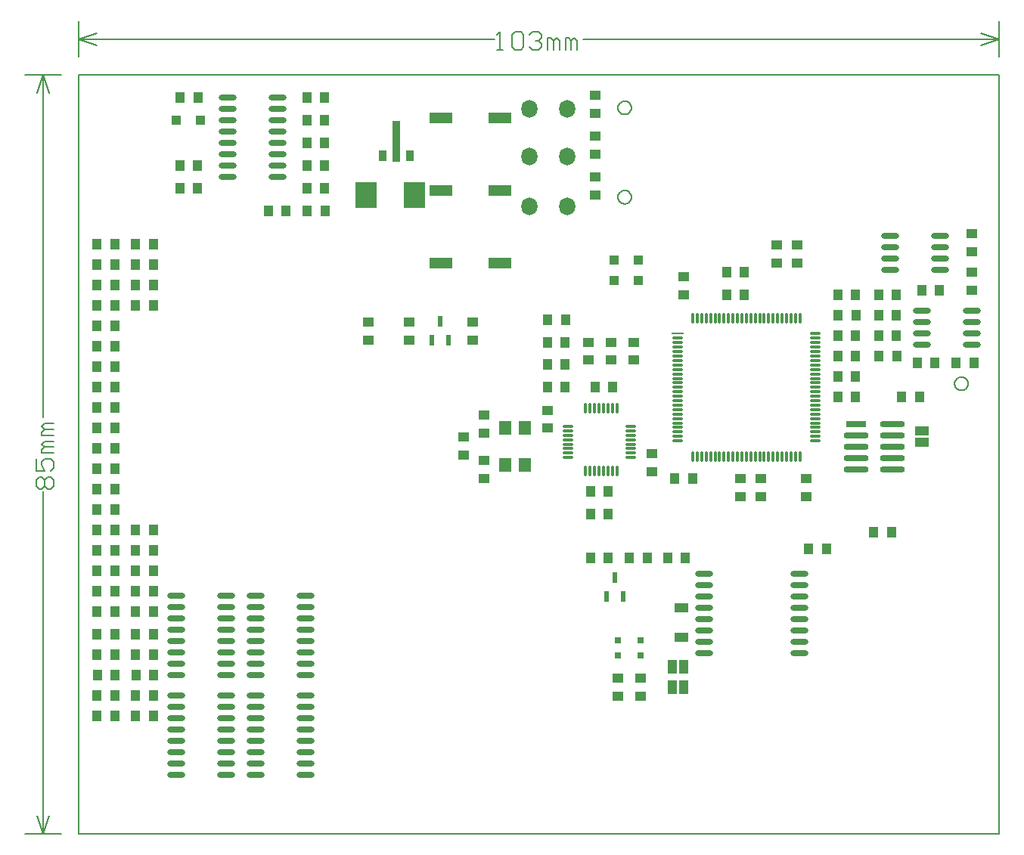
<source format=gtp>
*%FSLAX53Y53*%
*%MOMM*%
G01*
%ADD11C,0.100*%
%ADD12C,0.150*%
%ADD13C,0.186*%
%ADD14C,0.200*%
%ADD15C,0.203*%
%ADD16C,0.250*%
%ADD17C,0.254*%
%ADD18O,0.270X1.300*%
%ADD19O,0.290X1.350*%
%ADD20C,0.305*%
%ADD21C,0.381*%
%ADD22C,0.508*%
%ADD23C,0.762*%
%ADD24C,0.800*%
%ADD25C,0.800*%
%ADD26C,1.000*%
%ADD27C,1.100*%
%ADD28C,1.250*%
%ADD29C,1.270*%
%ADD30O,1.300X0.270*%
%ADD31O,1.350X0.290*%
%ADD32C,1.500*%
%ADD33C,1.524*%
%ADD34C,1.600*%
%ADD35O,1.800X2.000*%
%ADD36C,1.816*%
%ADD37C,1.816*%
%ADD38C,1.905*%
%ADD39C,2.000*%
%ADD40O,2.032X0.610*%
%ADD41C,2.032*%
%ADD42C,2.116*%
%ADD43C,2.266*%
%ADD44C,2.540*%
%ADD45O,2.794X0.737*%
%ADD46C,3.800*%
%ADD47C,4.816*%
%ADD48C,6.350*%
%ADD49R,0.584X0.584*%
%ADD50R,0.600X1.250*%
%ADD51R,0.800X0.800*%
%ADD52R,0.889X0.889*%
%ADD53R,0.900X1.300*%
%ADD54R,0.900X2.000*%
%ADD55R,1.000X1.000*%
%ADD56R,1.000X1.250*%
%ADD57R,1.000X1.500*%
%ADD58R,1.250X1.000*%
%ADD59R,1.350X0.290*%
%ADD60R,1.400X1.600*%
%ADD61R,1.500X1.000*%
%ADD62R,1.500X1.100*%
%ADD63R,1.676X1.676*%
%ADD64R,2.286X0.737*%
%ADD65R,2.400X3.000*%
%ADD66R,2.540X1.270*%
%ADD67P,1.000X8X0*%
D14*
X196796Y157705D02*
X299796D01*
Y242705D01*
X196796D01*
Y157705D01*
X299796Y244705D02*
Y248705D01*
X196796D02*
Y244705D01*
X297796Y246039D02*
X299796Y246705D01*
X297796Y247372D01*
X198796Y246039D02*
X196796Y246705D01*
X198796Y247372D01*
X253248Y246705D02*
X299796D01*
X243343D02*
X196796D01*
X194796Y242705D02*
X190796D01*
Y157705D02*
X194796D01*
X193462Y240705D02*
X192796Y242705D01*
X192129Y240705D01*
X193462Y159705D02*
X192796Y157705D01*
X192129Y159705D01*
X192796Y204325D02*
Y242705D01*
Y196086D02*
Y157705D01*
X243597Y245506D02*
X244264D01*
X243930D01*
Y247505D01*
X243956D01*
X243930D02*
X243597Y247172D01*
X245263D02*
X245597Y247505D01*
X246263D01*
X246596Y247172D01*
Y245839D01*
X246263Y245506D01*
X245597D01*
X245263Y245839D01*
Y247172D01*
X247263D02*
X247596Y247505D01*
X248262D01*
X248596Y247172D01*
Y246839D01*
X248621D01*
X248596D02*
X248621D01*
X248596D02*
X248621D01*
X248596D02*
X248262Y246505D01*
X247929D01*
X248262D01*
X248596Y246172D01*
Y245839D01*
X248262Y245506D01*
X247596D01*
X247263Y245839D01*
X249262Y245506D02*
Y246839D01*
X249595D01*
X249929Y246505D01*
Y245506D01*
Y246505D01*
X250262Y246839D01*
X250595Y246505D01*
Y245506D01*
X251261D02*
Y246839D01*
X251595D01*
X251928Y246505D01*
Y245506D01*
Y246505D01*
X252261Y246839D01*
X252594Y246505D01*
Y245506D01*
X192329Y196340D02*
X191996Y196673D01*
Y197340D01*
X192329Y197673D01*
X192663D01*
X192996Y197340D01*
X193329Y197673D01*
X193662D01*
X193995Y197340D01*
Y196673D01*
X193662Y196340D01*
X193329D01*
X192996Y196673D01*
X192663Y196340D01*
X192329D01*
X192996Y196673D02*
Y197340D01*
X191996Y198339D02*
Y199672D01*
Y198339D02*
X192996D01*
X192663Y199006D01*
Y199339D01*
X192996Y199672D01*
X193662D01*
X193995Y199339D01*
Y198672D01*
X193662Y198339D01*
X193995Y200339D02*
X192663D01*
Y200672D01*
X192996Y201005D01*
X193995D01*
X192996D01*
X192663Y201338D01*
X192996Y201672D01*
X193995D01*
Y202338D02*
X192663D01*
Y202671D01*
X192996Y203004D01*
X193995D01*
X192996D01*
X192663Y203338D01*
X192996Y203671D01*
X193995D01*
X258646Y239005D02*
X258641Y238923D01*
X258628Y238841D01*
X258605Y238762D01*
X258574Y238685D01*
X258535Y238613D01*
X258488Y238545D01*
X258433Y238482D01*
X258373Y238426D01*
X258306Y238378D01*
X258234Y238336D01*
X258159Y238303D01*
X258080Y238278D01*
X257999Y238262D01*
X257916Y238256D01*
X257834Y238258D01*
X257752Y238269D01*
X257672Y238290D01*
X257595Y238319D01*
X257521Y238356D01*
X257452Y238401D01*
X257388Y238454D01*
X257330Y238513D01*
X257279Y238578D01*
X257236Y238648D01*
X257201Y238723D01*
X257174Y238801D01*
X257156Y238882D01*
X257147Y238964D01*
Y239047D01*
X257156Y239129D01*
X257174Y239209D01*
X257201Y239288D01*
X257236Y239362D01*
X257279Y239433D01*
X257330Y239498D01*
X257388Y239557D01*
X257452Y239610D01*
X257521Y239655D01*
X257595Y239692D01*
X257672Y239721D01*
X257752Y239741D01*
X257834Y239753D01*
X257916Y239755D01*
X257999Y239748D01*
X258080Y239732D01*
X258159Y239708D01*
X258234Y239675D01*
X258306Y239633D01*
X258373Y239584D01*
X258433Y239528D01*
X258488Y239466D01*
X258535Y239398D01*
X258574Y239325D01*
X258605Y239249D01*
X258628Y239169D01*
X258641Y239088D01*
X258646Y239005D01*
Y229005D02*
X258641Y228923D01*
X258628Y228841D01*
X258605Y228762D01*
X258574Y228685D01*
X258535Y228613D01*
X258488Y228545D01*
X258433Y228482D01*
X258373Y228426D01*
X258306Y228378D01*
X258234Y228336D01*
X258159Y228303D01*
X258080Y228278D01*
X257999Y228262D01*
X257916Y228256D01*
X257834Y228258D01*
X257752Y228269D01*
X257672Y228290D01*
X257595Y228319D01*
X257521Y228356D01*
X257452Y228401D01*
X257388Y228454D01*
X257330Y228513D01*
X257279Y228578D01*
X257236Y228648D01*
X257201Y228723D01*
X257174Y228801D01*
X257156Y228882D01*
X257147Y228964D01*
Y229047D01*
X257156Y229129D01*
X257174Y229209D01*
X257201Y229288D01*
X257236Y229362D01*
X257279Y229433D01*
X257330Y229498D01*
X257388Y229557D01*
X257452Y229610D01*
X257521Y229655D01*
X257595Y229692D01*
X257672Y229721D01*
X257752Y229741D01*
X257834Y229753D01*
X257916Y229755D01*
X257999Y229748D01*
X258080Y229732D01*
X258159Y229708D01*
X258234Y229675D01*
X258306Y229633D01*
X258373Y229584D01*
X258433Y229528D01*
X258488Y229466D01*
X258535Y229398D01*
X258574Y229325D01*
X258605Y229249D01*
X258628Y229169D01*
X258641Y229088D01*
X258646Y229005D01*
X296346Y208105D02*
X296341Y208023D01*
X296328Y207941D01*
X296305Y207862D01*
X296274Y207785D01*
X296235Y207713D01*
X296188Y207645D01*
X296133Y207582D01*
X296073Y207526D01*
X296006Y207478D01*
X295934Y207436D01*
X295859Y207403D01*
X295780Y207378D01*
X295699Y207363D01*
X295616Y207356D01*
X295534Y207358D01*
X295452Y207369D01*
X295372Y207390D01*
X295295Y207419D01*
X295221Y207456D01*
X295152Y207501D01*
X295088Y207554D01*
X295030Y207613D01*
X294979Y207678D01*
X294936Y207748D01*
X294901Y207823D01*
X294874Y207901D01*
X294856Y207982D01*
X294847Y208064D01*
Y208147D01*
X294856Y208229D01*
X294874Y208309D01*
X294901Y208388D01*
X294936Y208462D01*
X294979Y208533D01*
X295030Y208598D01*
X295088Y208657D01*
X295152Y208710D01*
X295221Y208755D01*
X295295Y208792D01*
X295372Y208821D01*
X295452Y208842D01*
X295534Y208853D01*
X295616Y208855D01*
X295699Y208848D01*
X295780Y208832D01*
X295859Y208808D01*
X295934Y208775D01*
X296006Y208733D01*
X296073Y208684D01*
X296133Y208628D01*
X296188Y208566D01*
X296235Y208498D01*
X296274Y208426D01*
X296305Y208349D01*
X296328Y208269D01*
X296341Y208188D01*
X296346Y208105D01*
D18*
X253536Y205335D02*
D03*
X254036D02*
D03*
X254536D02*
D03*
X255036D02*
D03*
X257036Y198335D02*
D03*
X256536D02*
D03*
X256036D02*
D03*
X255536D02*
D03*
X255036D02*
D03*
X254536D02*
D03*
X254036D02*
D03*
X253536D02*
D03*
X256036Y205335D02*
D03*
X256536D02*
D03*
X257036D02*
D03*
X255536D02*
D03*
D19*
X268521Y199980D02*
D03*
X276521D02*
D03*
X277021D02*
D03*
X274021D02*
D03*
X273521D02*
D03*
X268021D02*
D03*
X270021D02*
D03*
X272521D02*
D03*
X273021D02*
D03*
X274521D02*
D03*
X275021D02*
D03*
X275521D02*
D03*
X269021Y215430D02*
D03*
X268521D02*
D03*
X268021D02*
D03*
X266021Y199980D02*
D03*
X272021D02*
D03*
X272521Y215430D02*
D03*
X277521Y199980D02*
D03*
X265521Y215430D02*
D03*
Y199980D02*
D03*
X271021D02*
D03*
X271521Y215430D02*
D03*
X276021Y199980D02*
D03*
X275021Y215430D02*
D03*
X274521D02*
D03*
X271521Y199980D02*
D03*
X272021Y215430D02*
D03*
X269521D02*
D03*
X270021D02*
D03*
X270521D02*
D03*
X271021D02*
D03*
X266021D02*
D03*
X277521D02*
D03*
X277021D02*
D03*
X276521D02*
D03*
X276021D02*
D03*
X275521D02*
D03*
X274021D02*
D03*
X273521D02*
D03*
X273021D02*
D03*
X267521D02*
D03*
X267021D02*
D03*
X266521D02*
D03*
X267021Y199980D02*
D03*
X267521D02*
D03*
X266521D02*
D03*
X270521D02*
D03*
X269021D02*
D03*
X269521D02*
D03*
D30*
X258536Y201335D02*
D03*
Y200835D02*
D03*
Y200335D02*
D03*
Y199835D02*
D03*
X251536Y200335D02*
D03*
Y200835D02*
D03*
Y201335D02*
D03*
Y201835D02*
D03*
Y202335D02*
D03*
Y202835D02*
D03*
Y203335D02*
D03*
X258536D02*
D03*
Y201835D02*
D03*
Y202335D02*
D03*
Y202835D02*
D03*
X251536Y199835D02*
D03*
D31*
X279246Y201705D02*
D03*
Y202205D02*
D03*
Y203205D02*
D03*
Y202705D02*
D03*
X263796Y211705D02*
D03*
Y211205D02*
D03*
Y210705D02*
D03*
Y208705D02*
D03*
Y206205D02*
D03*
Y205705D02*
D03*
Y205205D02*
D03*
Y204705D02*
D03*
Y203205D02*
D03*
Y201705D02*
D03*
X279246Y203705D02*
D03*
Y204205D02*
D03*
Y209705D02*
D03*
X263796Y204205D02*
D03*
Y203705D02*
D03*
Y202705D02*
D03*
Y206705D02*
D03*
Y210205D02*
D03*
Y209705D02*
D03*
X279246Y207705D02*
D03*
Y208205D02*
D03*
Y208705D02*
D03*
Y210205D02*
D03*
Y210705D02*
D03*
Y211205D02*
D03*
Y211705D02*
D03*
Y212205D02*
D03*
Y212705D02*
D03*
Y213205D02*
D03*
X263796D02*
D03*
X279246Y213705D02*
D03*
X263796Y202205D02*
D03*
Y209205D02*
D03*
Y208205D02*
D03*
Y207705D02*
D03*
Y207205D02*
D03*
X279246Y209205D02*
D03*
X263796Y212205D02*
D03*
Y212705D02*
D03*
X279246Y206705D02*
D03*
Y206205D02*
D03*
Y205205D02*
D03*
Y204705D02*
D03*
Y205705D02*
D03*
Y207205D02*
D03*
D35*
X251488Y227973D02*
D03*
X247218D02*
D03*
Y238895D02*
D03*
X251488Y238895D02*
D03*
Y233561D02*
D03*
X247218D02*
D03*
D40*
X216576Y184335D02*
D03*
Y183065D02*
D03*
Y181795D02*
D03*
Y180525D02*
D03*
Y179255D02*
D03*
Y177985D02*
D03*
Y176715D02*
D03*
Y175445D02*
D03*
X222164D02*
D03*
Y176715D02*
D03*
Y177985D02*
D03*
Y179255D02*
D03*
Y180525D02*
D03*
Y181795D02*
D03*
Y183065D02*
D03*
Y184335D02*
D03*
X207686D02*
D03*
Y183065D02*
D03*
Y181795D02*
D03*
Y180525D02*
D03*
Y179255D02*
D03*
Y177985D02*
D03*
Y176715D02*
D03*
Y175445D02*
D03*
X213274D02*
D03*
Y176715D02*
D03*
Y177985D02*
D03*
Y179255D02*
D03*
Y180525D02*
D03*
Y181795D02*
D03*
Y183065D02*
D03*
Y184335D02*
D03*
X213436Y238895D02*
D03*
X219024Y232545D02*
D03*
Y238895D02*
D03*
X296748Y212479D02*
D03*
X266776Y183015D02*
D03*
X219024Y240165D02*
D03*
Y236355D02*
D03*
X213436Y240165D02*
D03*
X219024Y231275D02*
D03*
Y233815D02*
D03*
Y235085D02*
D03*
X213436Y232545D02*
D03*
Y233815D02*
D03*
Y236355D02*
D03*
X291160Y212479D02*
D03*
X296748Y216289D02*
D03*
X213436Y235085D02*
D03*
Y231275D02*
D03*
X277444Y179205D02*
D03*
Y180475D02*
D03*
Y181745D02*
D03*
Y185555D02*
D03*
X266776Y181745D02*
D03*
Y180475D02*
D03*
Y179205D02*
D03*
Y177935D02*
D03*
X277444D02*
D03*
Y183015D02*
D03*
X291160Y216289D02*
D03*
Y215019D02*
D03*
Y213749D02*
D03*
X296748D02*
D03*
Y215019D02*
D03*
X219024Y237625D02*
D03*
X213436D02*
D03*
X266776Y186825D02*
D03*
X277444D02*
D03*
X266776Y185555D02*
D03*
X277444Y184285D02*
D03*
X266776D02*
D03*
X287604Y223401D02*
D03*
Y224671D02*
D03*
X293192D02*
D03*
Y223401D02*
D03*
X287604Y220861D02*
D03*
X293192Y222131D02*
D03*
Y220861D02*
D03*
X287604Y222131D02*
D03*
X222196Y173199D02*
D03*
Y171929D02*
D03*
Y170659D02*
D03*
Y169389D02*
D03*
Y168119D02*
D03*
Y166849D02*
D03*
Y165579D02*
D03*
Y164309D02*
D03*
X216608D02*
D03*
Y165579D02*
D03*
Y166849D02*
D03*
Y168119D02*
D03*
Y169389D02*
D03*
Y170659D02*
D03*
Y171929D02*
D03*
Y173199D02*
D03*
X213306D02*
D03*
Y171929D02*
D03*
Y170659D02*
D03*
Y169389D02*
D03*
Y168119D02*
D03*
Y166849D02*
D03*
Y165579D02*
D03*
Y164309D02*
D03*
X207718D02*
D03*
Y165579D02*
D03*
Y166849D02*
D03*
Y168119D02*
D03*
Y169389D02*
D03*
Y170659D02*
D03*
Y171929D02*
D03*
Y173199D02*
D03*
D45*
X287858Y198509D02*
D03*
Y202319D02*
D03*
Y203589D02*
D03*
X283794Y198509D02*
D03*
Y199779D02*
D03*
Y201049D02*
D03*
Y202319D02*
D03*
X287858Y201049D02*
D03*
Y199779D02*
D03*
D50*
X236296Y212987D02*
D03*
X238196D02*
D03*
X237246Y215137D02*
D03*
X256804Y186435D02*
D03*
X257754Y184285D02*
D03*
X255854D02*
D03*
D51*
X257124Y177681D02*
D03*
X259664D02*
D03*
Y179331D02*
D03*
X257124D02*
D03*
D52*
X232326Y235346D02*
X232337D01*
Y237057D01*
X232326D01*
Y235346D01*
D53*
X233832Y233651D02*
D03*
X230832D02*
D03*
D54*
X232332Y234001D02*
D03*
D55*
X256732Y221942D02*
D03*
X259432D02*
D03*
X207685Y237625D02*
D03*
X210385D02*
D03*
X259440Y219681D02*
D03*
X256740D02*
D03*
D56*
X203114Y219133D02*
D03*
X205114D02*
D03*
X203114Y216847D02*
D03*
X205114D02*
D03*
X203114Y223705D02*
D03*
X205114D02*
D03*
X198796D02*
D03*
X200796D02*
D03*
X198796Y221419D02*
D03*
X200796D02*
D03*
X198796Y219133D02*
D03*
X200796D02*
D03*
X198796Y216847D02*
D03*
X200796D02*
D03*
X203114Y221419D02*
D03*
X205114D02*
D03*
X198796Y214561D02*
D03*
X200796D02*
D03*
X198796Y212275D02*
D03*
X200796D02*
D03*
X198796Y209989D02*
D03*
X200796D02*
D03*
X198796Y207703D02*
D03*
X200796D02*
D03*
X198796Y205417D02*
D03*
X200796D02*
D03*
X198796Y203131D02*
D03*
X200796D02*
D03*
X198796Y200845D02*
D03*
X200796D02*
D03*
X198796Y198559D02*
D03*
X200796D02*
D03*
X198796Y196273D02*
D03*
X200796D02*
D03*
X198796Y193987D02*
D03*
X200796D02*
D03*
X198796Y191701D02*
D03*
X200796D02*
D03*
X198796Y189415D02*
D03*
X200796D02*
D03*
X198828Y187129D02*
D03*
X200828D02*
D03*
X198796Y184843D02*
D03*
X200796D02*
D03*
X198796Y182557D02*
D03*
X200796D02*
D03*
X203114Y191701D02*
D03*
X205114D02*
D03*
X203114Y189415D02*
D03*
X205114D02*
D03*
X203146Y187129D02*
D03*
X205146D02*
D03*
X203114Y184843D02*
D03*
X205114D02*
D03*
X203114Y182557D02*
D03*
X205114D02*
D03*
X293160Y218575D02*
D03*
X291160D02*
D03*
X251250Y212733D02*
D03*
X249228Y207705D02*
D03*
X208102Y232545D02*
D03*
X210102D02*
D03*
Y230005D02*
D03*
X208102D02*
D03*
X224358Y227465D02*
D03*
X222358D02*
D03*
X281794Y215781D02*
D03*
X283794D02*
D03*
X288334Y218067D02*
D03*
X286334D02*
D03*
X283762D02*
D03*
X288334Y213495D02*
D03*
X286334D02*
D03*
X254054Y193481D02*
D03*
X256054D02*
D03*
X249250Y212733D02*
D03*
X249282Y215273D02*
D03*
X224326Y230005D02*
D03*
X222326D02*
D03*
X224326Y232545D02*
D03*
X222326D02*
D03*
Y235085D02*
D03*
X224326D02*
D03*
X220008Y227465D02*
D03*
X218008D02*
D03*
X281762Y208923D02*
D03*
X283762D02*
D03*
X210134Y240165D02*
D03*
X208134D02*
D03*
X224326Y237625D02*
D03*
X222326D02*
D03*
X281762Y211209D02*
D03*
X283762D02*
D03*
X288906Y206637D02*
D03*
X290906D02*
D03*
X271316Y218067D02*
D03*
X269316D02*
D03*
X283762Y206637D02*
D03*
X281762D02*
D03*
X283762Y213495D02*
D03*
X281762D02*
D03*
X265521Y197508D02*
D03*
X263521D02*
D03*
X269316Y220607D02*
D03*
X271316D02*
D03*
X254562Y207705D02*
D03*
X256562D02*
D03*
X251228D02*
D03*
X256054Y196021D02*
D03*
X254054D02*
D03*
X251228Y210245D02*
D03*
X249228D02*
D03*
X288334Y215773D02*
D03*
X286334D02*
D03*
X286366Y211209D02*
D03*
X288366D02*
D03*
X295002Y210447D02*
D03*
X297002D02*
D03*
X292652D02*
D03*
X290652D02*
D03*
X264712Y188603D02*
D03*
X262712D02*
D03*
X278492Y189619D02*
D03*
X280492D02*
D03*
X224326Y240165D02*
D03*
X222326D02*
D03*
X251282Y215273D02*
D03*
X281762Y218067D02*
D03*
X256076Y188603D02*
D03*
X254076D02*
D03*
X260426D02*
D03*
X258426D02*
D03*
X200828Y180057D02*
D03*
X198828D02*
D03*
X200828Y177771D02*
D03*
X198828D02*
D03*
X200860Y175485D02*
D03*
X198860D02*
D03*
X200828Y173199D02*
D03*
X198828D02*
D03*
X200828Y170913D02*
D03*
X198828D02*
D03*
X205146Y180057D02*
D03*
X203146D02*
D03*
X205146Y177771D02*
D03*
X203146D02*
D03*
X205178Y175485D02*
D03*
X203178D02*
D03*
X205146Y173199D02*
D03*
X203146D02*
D03*
X205146Y170913D02*
D03*
X203146D02*
D03*
X287796Y191465D02*
D03*
X285796D02*
D03*
D57*
X263240Y174125D02*
D03*
Y176411D02*
D03*
X264490D02*
D03*
Y174125D02*
D03*
D58*
X260934Y200287D02*
D03*
Y198287D02*
D03*
X270840Y195493D02*
D03*
Y197493D02*
D03*
X258880Y212753D02*
D03*
X256340D02*
D03*
X249228Y205133D02*
D03*
X253800Y212753D02*
D03*
X257124Y173109D02*
D03*
Y175109D02*
D03*
X259664D02*
D03*
Y173109D02*
D03*
X229184Y212987D02*
D03*
Y214987D02*
D03*
X239830Y200117D02*
D03*
Y202117D02*
D03*
X274904Y221655D02*
D03*
X277190D02*
D03*
X273126Y197493D02*
D03*
Y195493D02*
D03*
X264490Y218067D02*
D03*
Y220067D02*
D03*
X278206Y197493D02*
D03*
Y195493D02*
D03*
X258880Y210753D02*
D03*
X256340D02*
D03*
X242138Y199493D02*
D03*
Y197493D02*
D03*
Y204605D02*
D03*
Y202605D02*
D03*
X249228Y203133D02*
D03*
X253800Y210753D02*
D03*
X277190Y223655D02*
D03*
X274904D02*
D03*
X296748Y220575D02*
D03*
Y218575D02*
D03*
Y222925D02*
D03*
Y224925D02*
D03*
X254584Y233847D02*
D03*
Y238419D02*
D03*
Y229275D02*
D03*
Y235847D02*
D03*
Y240419D02*
D03*
Y231275D02*
D03*
X233756Y214987D02*
D03*
Y212987D02*
D03*
X240868D02*
D03*
Y214987D02*
D03*
D59*
X263796Y213705D02*
D03*
D60*
X246748Y203171D02*
D03*
Y198971D02*
D03*
X244548D02*
D03*
Y203171D02*
D03*
D61*
X291160Y202827D02*
D03*
Y201577D02*
D03*
D62*
X264236Y183013D02*
D03*
Y179713D02*
D03*
D64*
X283794Y203589D02*
D03*
D65*
X234330Y229243D02*
D03*
X228930D02*
D03*
D66*
X243916Y237879D02*
D03*
X237312Y229751D02*
D03*
Y237879D02*
D03*
X243916Y229751D02*
D03*
X237312Y221623D02*
D03*
X243916D02*
D03*
M02*

</source>
